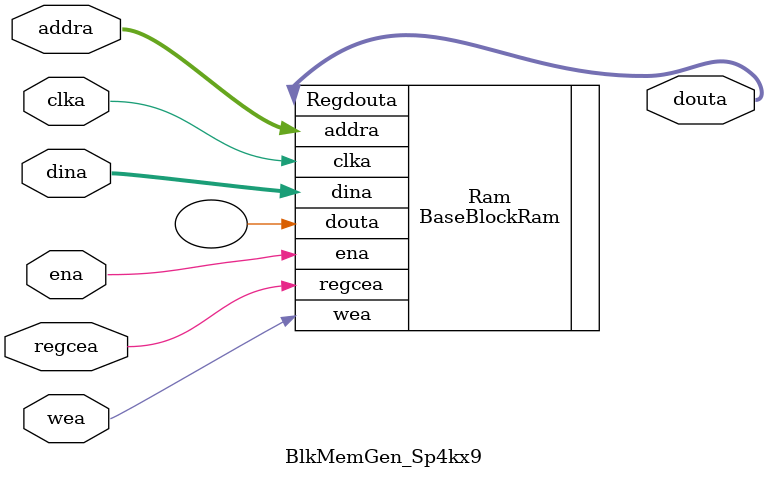
<source format=v>
/*
	BlkMemGen_Sp4kx9.v: Behavior version of block RAM

		  Ted Rossin 8-26-2024
	  		     9-11-2024 

     Note: This is modeling the default WRITE_FIRST or Transparent mode.
*/

`timescale 1ns / 1ps

module BlkMemGen_Sp4kx9 (
     input clka
    ,input ena
    ,input regcea
    ,input wea
    ,input[11:0] addra
    ,input[8:0] dina
    ,output[8:0] douta
);
    BaseBlockRam #(.AddrWidth(12),.DataWidth(9)) Ram(
	 .clka(clka)
    	,.ena(ena)
    	,.regcea(regcea)
	,.wea(wea)
	,.addra(addra)
	,.dina(dina)
	,.douta()
	,.Regdouta(douta)
    );

endmodule

</source>
